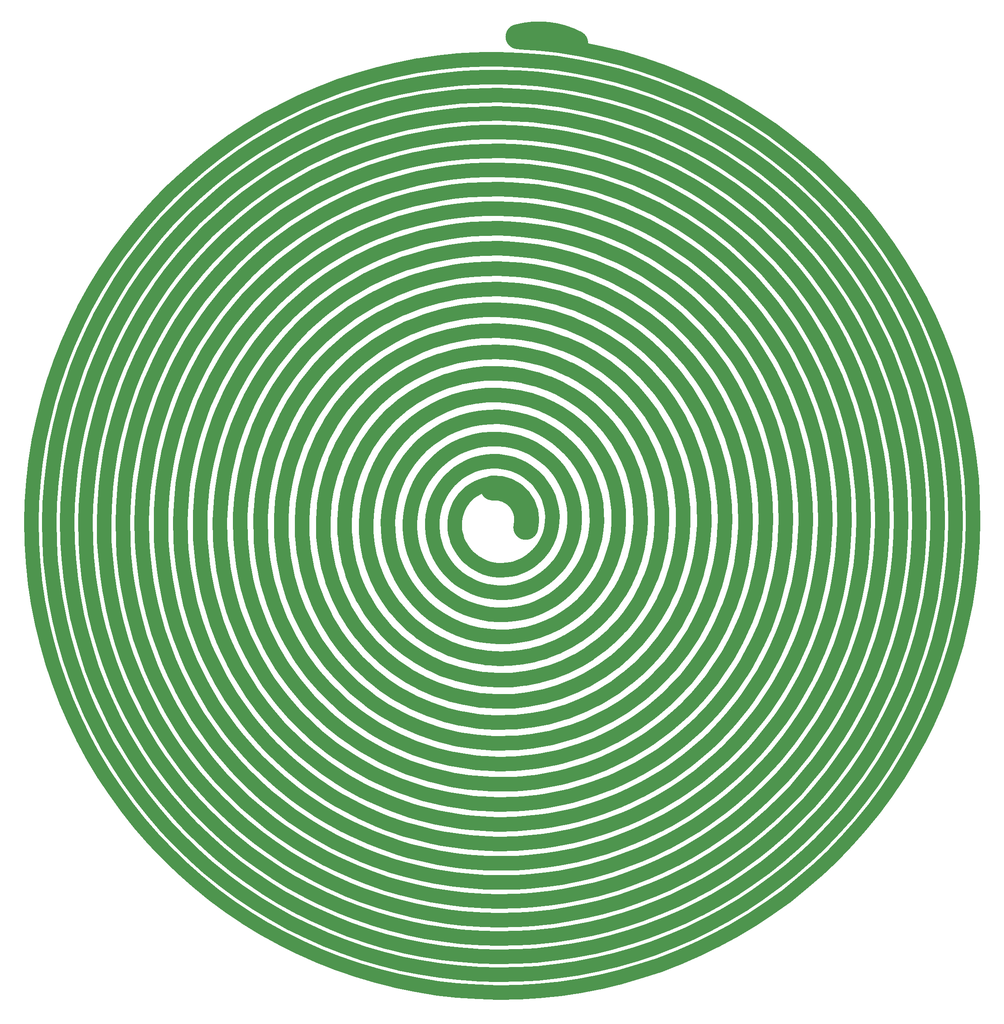
<source format=gbr>
G04 DipTrace 2.3.1.0*
%INTop_58744_REV3_BLACKPOINT.gbr*%
%MOIN*%
%ADD17C,0.118*%
%ADD18C,0.2*%
%ADD25C,0.06*%
%FSLAX44Y44*%
G04*
G70*
G90*
G75*
G01*
%LNTop*%
%LPD*%
D25*
X49119Y86372D3*
X48619Y85622D3*
X49994Y86497D3*
X50994D3*
X51994Y86372D3*
X53744Y85747D3*
X52869Y86122D3*
X46619Y49622D3*
X47494D3*
X48244Y49247D3*
X48869Y48622D3*
X49119Y47872D3*
Y46997D3*
X49744Y46497D3*
X47244Y84278D2*
D17*
X46244Y84257D1*
X45244Y84226D1*
X44015Y84157D1*
X42494Y84005D1*
X40874Y83766D1*
X40807Y83754D1*
X39054Y83412D1*
X37645Y83073D1*
X36005Y82604D1*
X34552Y82119D1*
X32940Y81500D1*
X31553Y80897D1*
X30005Y80143D1*
X28670Y79419D1*
X27192Y78531D1*
X25926Y77693D1*
X24531Y76681D1*
X23340Y75735D1*
X22039Y74604D1*
X20935Y73557D1*
X19736Y72316D1*
X18727Y71176D1*
X17641Y69836D1*
X16734Y68611D1*
X15768Y67181D1*
X14971Y65880D1*
X14134Y64371D1*
X13452Y63005D1*
X12749Y61428D1*
X12189Y60006D1*
X11626Y58374D1*
X11191Y56907D1*
X10773Y55232D1*
X10467Y53732D1*
X10196Y52026D1*
X10022Y50504D1*
X9901Y48780D1*
X9861Y47247D1*
X9890Y45519D1*
X9983Y43987D1*
X10163Y42267D1*
X10390Y40749D1*
X10719Y39051D1*
X11078Y37556D1*
X11554Y35893D1*
X12041Y34434D1*
X12661Y32819D1*
X13274Y31407D1*
X14033Y29851D1*
X14767Y28496D1*
X15658Y27012D1*
X16509Y25726D1*
X17526Y24325D1*
X18487Y23116D1*
X19623Y21809D1*
X20685Y20688D1*
X21931Y19484D1*
X23089Y18459D1*
X24435Y17368D1*
X25678Y16448D1*
X27115Y15478D1*
X28435Y14668D1*
X29951Y13827D1*
X31338Y13135D1*
X32922Y12429D1*
X34365Y11860D1*
X36005Y11295D1*
X37493Y10853D1*
X39176Y10433D1*
X40698Y10122D1*
X42413Y9850D1*
X43957Y9674D1*
X45689Y9552D1*
X47244Y9511D1*
X48981Y9540D1*
X50535Y9635D1*
X52263Y9816D1*
X53804Y10045D1*
X55510Y10376D1*
X57026Y10740D1*
X58697Y11218D1*
X60178Y11713D1*
X61801Y12335D1*
X63234Y12957D1*
X64797Y13719D1*
X66171Y14464D1*
X67663Y15360D1*
X68968Y16223D1*
X70376Y17245D1*
X71602Y18219D1*
X72916Y19360D1*
X74053Y20439D1*
X75263Y21690D1*
X76302Y22865D1*
X77399Y24217D1*
X78333Y25479D1*
X79307Y26922D1*
X80129Y28261D1*
X80974Y29785D1*
X81676Y31191D1*
X82386Y32783D1*
X82963Y34247D1*
X83531Y35894D1*
X83979Y37404D1*
X84401Y39096D1*
X84716Y40640D1*
X84990Y42362D1*
X85169Y43929D1*
X85292Y45669D1*
X85334Y47247D1*
X85304Y48992D1*
X85208Y50568D1*
X85026Y52304D1*
X84794Y53868D1*
X84461Y55582D1*
X84093Y57121D1*
X83612Y58799D1*
X83110Y60301D1*
X82485Y61932D1*
X81854Y63386D1*
X81089Y64956D1*
X80332Y66350D1*
X79433Y67849D1*
X78558Y69173D1*
X77531Y70588D1*
X76542Y71831D1*
X75396Y73151D1*
X74302Y74305D1*
X73045Y75520D1*
X71854Y76575D1*
X70495Y77677D1*
X69215Y78625D1*
X67765Y79604D1*
X66407Y80437D1*
X64876Y81286D1*
X63449Y81999D1*
X61851Y82711D1*
X60365Y83297D1*
X58706Y83870D1*
X57179Y84322D1*
X55495Y84742D1*
X53913Y85066D1*
X52118Y85354D1*
X50593Y85523D1*
X49040Y85624D1*
X48557Y85872D1*
X47244Y82848D2*
X46244Y82827D1*
X45244Y82795D1*
X44140Y82732D1*
X42649Y82583D1*
X41058Y82347D1*
X41055Y82346D1*
X39337Y82010D1*
X38015Y81693D1*
X36406Y81232D1*
X35041Y80776D1*
X33460Y80169D1*
X32157Y79603D1*
X30639Y78863D1*
X29384Y78182D1*
X27936Y77311D1*
X26745Y76524D1*
X25377Y75530D1*
X24258Y74641D1*
X22982Y73532D1*
X21944Y72547D1*
X20769Y71331D1*
X19820Y70259D1*
X18755Y68944D1*
X17903Y67792D1*
X16956Y66390D1*
X16207Y65167D1*
X15386Y63687D1*
X14745Y62402D1*
X14056Y60855D1*
X13529Y59518D1*
X12977Y57917D1*
X12569Y56538D1*
X12159Y54895D1*
X11871Y53484D1*
X11606Y51811D1*
X11442Y50379D1*
X11324Y48689D1*
X11286Y47247D1*
X11315Y45552D1*
X11403Y44111D1*
X11580Y42425D1*
X11793Y40996D1*
X12116Y39331D1*
X12454Y37925D1*
X12921Y36294D1*
X13380Y34921D1*
X13988Y33337D1*
X14565Y32008D1*
X15309Y30482D1*
X16000Y29208D1*
X16874Y27752D1*
X17675Y26542D1*
X18673Y25168D1*
X19577Y24031D1*
X20691Y22749D1*
X21691Y21694D1*
X22914Y20513D1*
X24003Y19549D1*
X25324Y18479D1*
X26494Y17613D1*
X27904Y16661D1*
X29146Y15900D1*
X30633Y15075D1*
X31939Y14424D1*
X33493Y13731D1*
X34851Y13196D1*
X36460Y12641D1*
X37860Y12226D1*
X39512Y11814D1*
X40945Y11522D1*
X42627Y11255D1*
X44081Y11089D1*
X45780Y10970D1*
X47244Y10931D1*
X48948Y10960D1*
X50411Y11050D1*
X52106Y11227D1*
X53557Y11444D1*
X55231Y11769D1*
X56659Y12111D1*
X58298Y12581D1*
X59692Y13047D1*
X61285Y13657D1*
X62634Y14244D1*
X64168Y14991D1*
X65462Y15693D1*
X66925Y16572D1*
X68154Y17385D1*
X69535Y18388D1*
X70690Y19306D1*
X71979Y20426D1*
X73050Y21441D1*
X74237Y22670D1*
X75216Y23776D1*
X76292Y25103D1*
X77172Y26292D1*
X78128Y27708D1*
X78901Y28970D1*
X79730Y30465D1*
X80392Y31790D1*
X81088Y33352D1*
X81631Y34731D1*
X82189Y36348D1*
X82611Y37771D1*
X83025Y39431D1*
X83322Y40886D1*
X83590Y42576D1*
X83758Y44053D1*
X83878Y45760D1*
X83918Y47247D1*
X83888Y48959D1*
X83798Y50445D1*
X83620Y52148D1*
X83400Y53622D1*
X83073Y55304D1*
X82726Y56754D1*
X82254Y58402D1*
X81781Y59817D1*
X81167Y61418D1*
X80572Y62788D1*
X79821Y64329D1*
X79108Y65643D1*
X78225Y67114D1*
X77399Y68362D1*
X76392Y69750D1*
X75460Y70922D1*
X74334Y72218D1*
X73303Y73306D1*
X72069Y74498D1*
X70945Y75493D1*
X69611Y76574D1*
X68405Y77467D1*
X66981Y78428D1*
X65700Y79214D1*
X64198Y80047D1*
X62852Y80719D1*
X61284Y81417D1*
X59883Y81970D1*
X58254Y82532D1*
X56813Y82959D1*
X55161Y83371D1*
X53668Y83676D1*
X51906Y83958D1*
X50470Y84117D1*
X48946Y84216D1*
X47244Y84278D1*
Y81399D2*
X46244Y81378D1*
X45244Y81345D1*
X44266Y81289D1*
X42805Y81143D1*
X41307Y80920D1*
X39624Y80590D1*
X38390Y80294D1*
X36814Y79843D1*
X35536Y79415D1*
X33988Y78821D1*
X32769Y78290D1*
X31282Y77566D1*
X30108Y76928D1*
X28689Y76075D1*
X27575Y75338D1*
X26235Y74365D1*
X25188Y73532D1*
X23939Y72446D1*
X22967Y71524D1*
X21816Y70333D1*
X20928Y69329D1*
X19885Y68041D1*
X19087Y66963D1*
X18160Y65589D1*
X17459Y64444D1*
X16655Y62994D1*
X16055Y61791D1*
X15380Y60276D1*
X14887Y59024D1*
X14347Y57455D1*
X13965Y56164D1*
X13563Y54554D1*
X13294Y53233D1*
X13034Y51594D1*
X12882Y50253D1*
X12766Y48597D1*
X12730Y47247D1*
X12759Y45586D1*
X12841Y44237D1*
X13015Y42585D1*
X13215Y41247D1*
X13532Y39615D1*
X13848Y38299D1*
X14306Y36700D1*
X14736Y35415D1*
X15332Y33863D1*
X15873Y32618D1*
X16602Y31123D1*
X17250Y29930D1*
X18106Y28503D1*
X18857Y27370D1*
X19835Y26023D1*
X20682Y24958D1*
X21774Y23702D1*
X22711Y22714D1*
X23909Y21557D1*
X24930Y20654D1*
X26224Y19605D1*
X27321Y18793D1*
X28702Y17861D1*
X29867Y17148D1*
X31324Y16340D1*
X32547Y15730D1*
X34070Y15051D1*
X35343Y14550D1*
X36920Y14006D1*
X38233Y13617D1*
X39852Y13214D1*
X41195Y12940D1*
X42843Y12679D1*
X44206Y12523D1*
X45871Y12407D1*
X47244Y12371D1*
X48914Y12400D1*
X50286Y12483D1*
X51947Y12658D1*
X53308Y12861D1*
X54948Y13179D1*
X56287Y13501D1*
X57893Y13961D1*
X59200Y14398D1*
X60761Y14997D1*
X62026Y15547D1*
X63529Y16280D1*
X64743Y16939D1*
X66177Y17800D1*
X67329Y18563D1*
X68683Y19546D1*
X69766Y20407D1*
X71029Y21505D1*
X72034Y22458D1*
X73197Y23662D1*
X74115Y24700D1*
X75169Y26001D1*
X75995Y27116D1*
X76932Y28504D1*
X77657Y29688D1*
X78470Y31153D1*
X79090Y32397D1*
X79772Y33928D1*
X80282Y35222D1*
X80828Y36807D1*
X81224Y38142D1*
X81630Y39769D1*
X81908Y41135D1*
X82171Y42792D1*
X82329Y44178D1*
X82446Y45851D1*
X82483Y47247D1*
X82454Y48925D1*
X82369Y50320D1*
X82194Y51990D1*
X81987Y53373D1*
X81667Y55022D1*
X81341Y56383D1*
X80878Y57998D1*
X80434Y59327D1*
X79832Y60896D1*
X79273Y62182D1*
X78536Y63693D1*
X77866Y64927D1*
X77001Y66368D1*
X76226Y67540D1*
X75237Y68901D1*
X74362Y70002D1*
X73259Y71271D1*
X72290Y72293D1*
X71080Y73462D1*
X70025Y74396D1*
X68717Y75455D1*
X67583Y76294D1*
X66188Y77236D1*
X64984Y77974D1*
X63511Y78791D1*
X62247Y79421D1*
X60710Y80106D1*
X59393Y80625D1*
X57796Y81176D1*
X56443Y81577D1*
X54823Y81980D1*
X53419Y82268D1*
X52557Y82416D1*
X50905Y82638D1*
X50345Y82693D1*
X48851Y82789D1*
X47244Y82848D1*
Y79931D2*
X46244Y79910D1*
X45245Y79877D1*
X44394Y79827D1*
X42965Y79683D1*
X41562Y79474D1*
X39915Y79152D1*
X38769Y78876D1*
X37228Y78435D1*
X36038Y78036D1*
X34524Y77455D1*
X33389Y76961D1*
X31935Y76252D1*
X30841Y75658D1*
X29453Y74824D1*
X28416Y74137D1*
X27106Y73185D1*
X26131Y72409D1*
X24908Y71346D1*
X24004Y70488D1*
X22878Y69322D1*
X22051Y68387D1*
X21031Y67127D1*
X20288Y66122D1*
X19381Y64778D1*
X18727Y63711D1*
X17941Y62292D1*
X17383Y61172D1*
X16723Y59689D1*
X16263Y58523D1*
X15735Y56988D1*
X15379Y55785D1*
X14986Y54210D1*
X14736Y52979D1*
X14482Y51375D1*
X14340Y50126D1*
X14226Y48505D1*
X14194Y47247D1*
X14222Y45622D1*
X14299Y44365D1*
X14469Y42748D1*
X14656Y41501D1*
X14966Y39904D1*
X15261Y38677D1*
X15709Y37113D1*
X16110Y35915D1*
X16693Y34396D1*
X17198Y33236D1*
X17911Y31773D1*
X18516Y30661D1*
X19354Y29265D1*
X20054Y28208D1*
X21011Y26890D1*
X21801Y25898D1*
X22870Y24668D1*
X23744Y23747D1*
X24917Y22615D1*
X25869Y21773D1*
X27136Y20747D1*
X28159Y19990D1*
X29511Y19078D1*
X30597Y18412D1*
X32023Y17622D1*
X33164Y17053D1*
X34655Y16389D1*
X35843Y15921D1*
X37386Y15390D1*
X38611Y15027D1*
X40195Y14632D1*
X41448Y14377D1*
X43062Y14122D1*
X44334Y13977D1*
X45963Y13863D1*
X47244Y13829D1*
X48878Y13858D1*
X50159Y13936D1*
X51785Y14107D1*
X53054Y14297D1*
X54660Y14609D1*
X55909Y14909D1*
X57482Y15360D1*
X58702Y15768D1*
X60229Y16354D1*
X61410Y16868D1*
X62882Y17585D1*
X64014Y18200D1*
X65418Y19044D1*
X66494Y19756D1*
X67819Y20719D1*
X68830Y21523D1*
X70066Y22597D1*
X71004Y23487D1*
X72142Y24666D1*
X73000Y25635D1*
X74032Y26909D1*
X74802Y27951D1*
X75719Y29310D1*
X76397Y30416D1*
X77192Y31850D1*
X77771Y33012D1*
X78439Y34511D1*
X78915Y35720D1*
X79449Y37272D1*
X79819Y38519D1*
X80216Y40112D1*
X80476Y41387D1*
X80733Y43010D1*
X80880Y44304D1*
X80995Y45943D1*
X81029Y47247D1*
X81001Y48890D1*
X80921Y50193D1*
X80749Y51828D1*
X80556Y53121D1*
X80242Y54735D1*
X79937Y56007D1*
X79484Y57588D1*
X79068Y58830D1*
X78479Y60366D1*
X77956Y61568D1*
X77235Y63048D1*
X76609Y64201D1*
X75761Y65612D1*
X75036Y66707D1*
X74068Y68039D1*
X73250Y69068D1*
X72169Y70312D1*
X71264Y71266D1*
X70078Y72411D1*
X69092Y73284D1*
X67811Y74321D1*
X66751Y75106D1*
X65384Y76028D1*
X64259Y76718D1*
X62816Y77517D1*
X61634Y78107D1*
X60128Y78777D1*
X58897Y79263D1*
X57333Y79802D1*
X56068Y80176D1*
X54481Y80571D1*
X53168Y80840D1*
X52323Y80986D1*
X50706Y81202D1*
X50219Y81249D1*
X48755Y81343D1*
X47244Y81399D1*
Y78444D2*
X46244Y78423D1*
X45245Y78388D1*
X44524Y78345D1*
X43128Y78205D1*
X41820Y78010D1*
X40211Y77695D1*
X39154Y77440D1*
X37649Y77009D1*
X36546Y76640D1*
X35067Y76071D1*
X34016Y75614D1*
X32596Y74921D1*
X31584Y74371D1*
X30228Y73556D1*
X29268Y72920D1*
X27988Y71990D1*
X27085Y71272D1*
X25891Y70233D1*
X25054Y69438D1*
X23954Y68298D1*
X23188Y67433D1*
X22191Y66201D1*
X21504Y65271D1*
X20618Y63957D1*
X20013Y62969D1*
X19244Y61583D1*
X18727Y60545D1*
X18083Y59096D1*
X17657Y58016D1*
X17141Y56516D1*
X16812Y55402D1*
X16428Y53862D1*
X16196Y52722D1*
X15948Y51154D1*
X15817Y49997D1*
X15706Y48413D1*
X15676Y47247D1*
X15704Y45659D1*
X15776Y44494D1*
X15942Y42914D1*
X16115Y41758D1*
X16419Y40198D1*
X16692Y39061D1*
X17130Y37532D1*
X17502Y36422D1*
X18072Y34937D1*
X18540Y33862D1*
X19238Y32432D1*
X19798Y31401D1*
X20618Y30037D1*
X21267Y29057D1*
X22203Y27769D1*
X22935Y26849D1*
X23980Y25647D1*
X24791Y24793D1*
X25937Y23687D1*
X26820Y22906D1*
X28059Y21903D1*
X29007Y21202D1*
X30329Y20310D1*
X31336Y19693D1*
X32731Y18921D1*
X33790Y18393D1*
X35247Y17745D1*
X36348Y17311D1*
X37857Y16792D1*
X38994Y16455D1*
X40543Y16069D1*
X41705Y15833D1*
X43282Y15583D1*
X44462Y15449D1*
X46056Y15338D1*
X47244Y15307D1*
X48842Y15335D1*
X50030Y15408D1*
X51619Y15575D1*
X52798Y15752D1*
X54367Y16057D1*
X55527Y16335D1*
X57064Y16777D1*
X58197Y17156D1*
X59690Y17729D1*
X60786Y18206D1*
X62225Y18908D1*
X63276Y19479D1*
X64648Y20304D1*
X65647Y20965D1*
X66943Y21906D1*
X67881Y22653D1*
X69090Y23704D1*
X69961Y24531D1*
X71074Y25683D1*
X71870Y26584D1*
X72879Y27829D1*
X73594Y28797D1*
X74491Y30126D1*
X75120Y31153D1*
X75897Y32556D1*
X76435Y33635D1*
X77088Y35101D1*
X77530Y36224D1*
X78052Y37742D1*
X78395Y38900D1*
X78784Y40458D1*
X79025Y41643D1*
X79276Y43230D1*
X79413Y44433D1*
X79525Y46035D1*
X79556Y47247D1*
X79528Y48854D1*
X79454Y50065D1*
X79286Y51664D1*
X79106Y52865D1*
X78799Y54444D1*
X78515Y55626D1*
X78072Y57172D1*
X77685Y58327D1*
X77108Y59829D1*
X76622Y60946D1*
X75917Y62393D1*
X75335Y63465D1*
X74505Y64845D1*
X73831Y65863D1*
X72884Y67166D1*
X72123Y68123D1*
X71066Y69339D1*
X70224Y70227D1*
X69064Y71346D1*
X68147Y72158D1*
X66894Y73172D1*
X65908Y73902D1*
X64571Y74803D1*
X63524Y75445D1*
X62113Y76227D1*
X61013Y76775D1*
X59540Y77431D1*
X58395Y77882D1*
X56864Y78409D1*
X55687Y78757D1*
X54135Y79144D1*
X52913Y79394D1*
X52087Y79536D1*
X50506Y79746D1*
X50091Y79786D1*
X48659Y79878D1*
X47244Y79931D1*
Y76937D2*
X46244Y76917D1*
X45245Y76881D1*
X44655Y76845D1*
X43293Y76708D1*
X42081Y76528D1*
X40512Y76220D1*
X39544Y75986D1*
X38075Y75565D1*
X37061Y75225D1*
X35618Y74671D1*
X34652Y74250D1*
X33267Y73574D1*
X32336Y73068D1*
X31013Y72273D1*
X30131Y71688D1*
X28882Y70780D1*
X28052Y70119D1*
X26887Y69105D1*
X26117Y68374D1*
X25044Y67262D1*
X24340Y66466D1*
X23368Y65264D1*
X22735Y64409D1*
X21871Y63126D1*
X21314Y62218D1*
X20565Y60864D1*
X20089Y59910D1*
X19460Y58496D1*
X19069Y57502D1*
X18566Y56038D1*
X18263Y55013D1*
X17889Y53510D1*
X17675Y52461D1*
X17434Y50931D1*
X17313Y49866D1*
X17205Y48320D1*
X17177Y47247D1*
X17205Y45697D1*
X17271Y44625D1*
X17434Y43083D1*
X17593Y42019D1*
X17890Y40496D1*
X18141Y39449D1*
X18570Y37957D1*
X18912Y36935D1*
X19469Y35486D1*
X19900Y34496D1*
X20581Y33101D1*
X21097Y32151D1*
X21898Y30820D1*
X22495Y29917D1*
X23409Y28661D1*
X24084Y27813D1*
X25104Y26640D1*
X25851Y25853D1*
X26970Y24774D1*
X27783Y24054D1*
X28993Y23076D1*
X29867Y22429D1*
X31157Y21559D1*
X32085Y20991D1*
X33447Y20237D1*
X34423Y19751D1*
X35845Y19118D1*
X36861Y18718D1*
X38334Y18212D1*
X39381Y17902D1*
X40893Y17525D1*
X41965Y17307D1*
X43505Y17064D1*
X44593Y16940D1*
X46148Y16832D1*
X47244Y16804D1*
X48804Y16831D1*
X49899Y16899D1*
X51451Y17062D1*
X52538Y17225D1*
X54070Y17523D1*
X55140Y17780D1*
X56641Y18211D1*
X57685Y18561D1*
X59143Y19121D1*
X60154Y19561D1*
X61559Y20247D1*
X62529Y20774D1*
X63868Y21579D1*
X64790Y22189D1*
X66055Y23109D1*
X66921Y23798D1*
X68101Y24824D1*
X68904Y25587D1*
X69991Y26713D1*
X70726Y27544D1*
X71710Y28761D1*
X72371Y29653D1*
X73246Y30952D1*
X73826Y31900D1*
X74586Y33270D1*
X75082Y34266D1*
X75719Y35698D1*
X76127Y36735D1*
X76637Y38217D1*
X76954Y39287D1*
X77332Y40808D1*
X77555Y41903D1*
X77800Y43452D1*
X77926Y44563D1*
X78035Y46128D1*
X78064Y47247D1*
X78037Y48816D1*
X77968Y49935D1*
X77803Y51496D1*
X77637Y52606D1*
X77337Y54148D1*
X77075Y55240D1*
X76641Y56750D1*
X76284Y57817D1*
X75721Y59284D1*
X75272Y60316D1*
X74582Y61729D1*
X74044Y62720D1*
X73234Y64068D1*
X72611Y65009D1*
X71686Y66281D1*
X70982Y67165D1*
X69949Y68353D1*
X69170Y69173D1*
X68038Y70267D1*
X67189Y71017D1*
X65965Y72008D1*
X65054Y72682D1*
X63748Y73562D1*
X62780Y74155D1*
X61401Y74919D1*
X60384Y75426D1*
X58945Y76066D1*
X57886Y76484D1*
X56391Y76998D1*
X55302Y77320D1*
X53786Y77697D1*
X52654Y77928D1*
X51847Y78068D1*
X50305Y78271D1*
X49961Y78304D1*
X48563Y78395D1*
X47244Y78444D1*
Y75412D2*
X46244Y75392D1*
X45245Y75355D1*
X44788Y75326D1*
X43461Y75192D1*
X42346Y75026D1*
X40818Y74726D1*
X39938Y74514D1*
X38508Y74103D1*
X37582Y73793D1*
X36176Y73252D1*
X35297Y72869D1*
X33947Y72210D1*
X33098Y71749D1*
X31810Y70973D1*
X31004Y70440D1*
X29788Y69555D1*
X29031Y68953D1*
X27896Y67965D1*
X27194Y67298D1*
X26149Y66214D1*
X25506Y65487D1*
X24559Y64316D1*
X23982Y63536D1*
X23140Y62286D1*
X22633Y61457D1*
X21903Y60138D1*
X21469Y59267D1*
X20856Y57889D1*
X20499Y56982D1*
X20009Y55555D1*
X19732Y54619D1*
X19368Y53155D1*
X19173Y52197D1*
X18938Y50706D1*
X18828Y49733D1*
X18723Y48227D1*
X18698Y47247D1*
X18725Y45737D1*
X18786Y44757D1*
X18944Y43255D1*
X19090Y42283D1*
X19379Y40799D1*
X19609Y39842D1*
X20027Y38389D1*
X20340Y37455D1*
X20883Y36043D1*
X21277Y35138D1*
X21941Y33778D1*
X22412Y32910D1*
X23193Y31613D1*
X23739Y30789D1*
X24630Y29564D1*
X25247Y28789D1*
X26241Y27646D1*
X26924Y26927D1*
X28015Y25875D1*
X28759Y25217D1*
X29938Y24263D1*
X30737Y23672D1*
X31995Y22825D1*
X32844Y22305D1*
X34171Y21570D1*
X35064Y21126D1*
X36451Y20509D1*
X37379Y20144D1*
X38815Y19650D1*
X39774Y19367D1*
X41248Y19000D1*
X42228Y18801D1*
X43729Y18564D1*
X44725Y18451D1*
X46241Y18345D1*
X47244Y18319D1*
X48765Y18347D1*
X49767Y18408D1*
X51280Y18568D1*
X52275Y18717D1*
X53769Y19008D1*
X54748Y19244D1*
X56211Y19664D1*
X57167Y19984D1*
X58589Y20531D1*
X59514Y20934D1*
X60883Y21602D1*
X61772Y22085D1*
X63078Y22870D1*
X63922Y23429D1*
X65155Y24326D1*
X65948Y24957D1*
X67098Y25958D1*
X67834Y26657D1*
X68893Y27755D1*
X69566Y28517D1*
X70526Y29703D1*
X71131Y30521D1*
X71985Y31787D1*
X72517Y32656D1*
X73256Y33992D1*
X73711Y34905D1*
X74332Y36301D1*
X74706Y37252D1*
X75203Y38697D1*
X75493Y39678D1*
X75863Y41161D1*
X76066Y42165D1*
X76305Y43676D1*
X76421Y44694D1*
X76527Y46221D1*
X76553Y47247D1*
X76526Y48777D1*
X76463Y49803D1*
X76302Y51326D1*
X76150Y52344D1*
X75857Y53847D1*
X75616Y54849D1*
X75193Y56322D1*
X74865Y57300D1*
X74316Y58731D1*
X73903Y59678D1*
X73231Y61056D1*
X72737Y61965D1*
X71946Y63280D1*
X71374Y64143D1*
X70472Y65384D1*
X69826Y66195D1*
X68819Y67354D1*
X68104Y68106D1*
X66999Y69173D1*
X66220Y69861D1*
X65026Y70828D1*
X64189Y71446D1*
X62915Y72305D1*
X62026Y72850D1*
X60681Y73594D1*
X59747Y74060D1*
X58343Y74684D1*
X57370Y75067D1*
X55912Y75569D1*
X54912Y75864D1*
X53433Y76232D1*
X52393Y76445D1*
X51606Y76581D1*
X50103Y76777D1*
X49830Y76803D1*
X48466Y76892D1*
X47244Y76937D1*
Y73868D2*
X46244Y73848D1*
X44922Y73788D1*
X43633Y73658D1*
X42614Y73506D1*
X41128Y73214D1*
X40338Y73023D1*
X38947Y72623D1*
X38110Y72343D1*
X36743Y71817D1*
X35949Y71471D1*
X34636Y70830D1*
X33870Y70413D1*
X32617Y69659D1*
X31889Y69176D1*
X30706Y68316D1*
X30023Y67771D1*
X28919Y66810D1*
X28284Y66207D1*
X27268Y65153D1*
X26687Y64496D1*
X25767Y63358D1*
X25245Y62651D1*
X24426Y61436D1*
X23967Y60686D1*
X23258Y59404D1*
X22865Y58615D1*
X22270Y57275D1*
X21947Y56455D1*
X21470Y55067D1*
X21220Y54220D1*
X20866Y52796D1*
X20690Y51929D1*
X20461Y50479D1*
X20362Y49599D1*
X20260Y48134D1*
X20238Y47247D1*
X20264Y45778D1*
X20319Y44891D1*
X20474Y43430D1*
X20606Y42550D1*
X20887Y41107D1*
X21096Y40241D1*
X21502Y38827D1*
X21786Y37981D1*
X22314Y36607D1*
X22671Y35788D1*
X23317Y34465D1*
X23744Y33679D1*
X24504Y32417D1*
X24999Y31671D1*
X25865Y30479D1*
X26425Y29777D1*
X27392Y28665D1*
X28011Y28014D1*
X29072Y26990D1*
X29747Y26394D1*
X30894Y25467D1*
X31619Y24931D1*
X32842Y24107D1*
X33612Y23636D1*
X34904Y22921D1*
X35713Y22518D1*
X37062Y21918D1*
X37905Y21587D1*
X39302Y21107D1*
X40171Y20850D1*
X41605Y20493D1*
X42495Y20313D1*
X43956Y20082D1*
X44859Y19980D1*
X46334Y19878D1*
X47244Y19854D1*
X48724Y19881D1*
X49634Y19937D1*
X51106Y20093D1*
X52008Y20228D1*
X53462Y20512D1*
X54351Y20725D1*
X55775Y21135D1*
X56643Y21426D1*
X58026Y21958D1*
X58866Y22324D1*
X60199Y22974D1*
X61005Y23413D1*
X62276Y24177D1*
X63042Y24685D1*
X64242Y25558D1*
X64962Y26132D1*
X66082Y27106D1*
X66750Y27741D1*
X67781Y28810D1*
X68393Y29501D1*
X69327Y30656D1*
X69876Y31400D1*
X70707Y32632D1*
X71190Y33422D1*
X71910Y34723D1*
X72323Y35553D1*
X72928Y36911D1*
X73267Y37775D1*
X73751Y39182D1*
X74015Y40074D1*
X74374Y41518D1*
X74559Y42431D1*
X74791Y43901D1*
X74896Y44828D1*
X74999Y46314D1*
X75023Y47247D1*
X74996Y48737D1*
X74939Y49670D1*
X74782Y51152D1*
X74643Y52078D1*
X74358Y53542D1*
X74139Y54453D1*
X73727Y55887D1*
X73429Y56777D1*
X72893Y58170D1*
X72518Y59032D1*
X71863Y60374D1*
X71413Y61201D1*
X70643Y62481D1*
X70122Y63267D1*
X69244Y64475D1*
X68656Y65213D1*
X67675Y66341D1*
X67023Y67026D1*
X65947Y68064D1*
X65238Y68691D1*
X64075Y69632D1*
X63313Y70196D1*
X62072Y71032D1*
X61262Y71527D1*
X59953Y72252D1*
X59102Y72676D1*
X57735Y73284D1*
X56848Y73633D1*
X55428Y74121D1*
X54517Y74390D1*
X53076Y74748D1*
X52128Y74942D1*
X51361Y75075D1*
X49899Y75265D1*
X49697Y75284D1*
X48368Y75370D1*
X47244Y75412D1*
Y72304D2*
X46244Y72285D1*
X45059Y72231D1*
X43807Y72104D1*
X42886Y71966D1*
X41444Y71683D1*
X40742Y71513D1*
X39393Y71126D1*
X38645Y70875D1*
X37318Y70364D1*
X36609Y70055D1*
X35335Y69433D1*
X34651Y69060D1*
X33435Y68328D1*
X32785Y67897D1*
X31637Y67062D1*
X31026Y66575D1*
X29955Y65643D1*
X29388Y65103D1*
X28402Y64081D1*
X27883Y63493D1*
X26989Y62388D1*
X26523Y61756D1*
X25729Y60577D1*
X25318Y59906D1*
X24630Y58661D1*
X24279Y57956D1*
X23701Y56655D1*
X23413Y55921D1*
X22950Y54575D1*
X22726Y53817D1*
X22383Y52434D1*
X22226Y51659D1*
X22004Y50251D1*
X21915Y49463D1*
X21816Y48041D1*
X21796Y47247D1*
X21822Y45821D1*
X21871Y45027D1*
X22022Y43608D1*
X22140Y42821D1*
X22414Y41420D1*
X22600Y40644D1*
X22995Y39271D1*
X23249Y38514D1*
X23762Y37180D1*
X24082Y36446D1*
X24710Y35162D1*
X25093Y34458D1*
X25830Y33233D1*
X26274Y32563D1*
X27116Y31407D1*
X27617Y30778D1*
X28557Y29698D1*
X29112Y29114D1*
X30142Y28121D1*
X30747Y27586D1*
X31861Y26686D1*
X32511Y26206D1*
X33699Y25405D1*
X34390Y24983D1*
X35644Y24289D1*
X36370Y23927D1*
X37681Y23345D1*
X38437Y23048D1*
X39793Y22582D1*
X40574Y22351D1*
X41966Y22005D1*
X42765Y21843D1*
X44183Y21620D1*
X44994Y21528D1*
X46427Y21429D1*
X47244Y21408D1*
X48681Y21434D1*
X49498Y21485D1*
X50928Y21636D1*
X51739Y21758D1*
X53150Y22033D1*
X53949Y22226D1*
X55332Y22623D1*
X56111Y22885D1*
X57455Y23402D1*
X58210Y23731D1*
X59504Y24363D1*
X60229Y24757D1*
X61463Y25500D1*
X62152Y25957D1*
X63318Y26805D1*
X63965Y27320D1*
X65053Y28267D1*
X65653Y28838D1*
X66655Y29876D1*
X67204Y30499D1*
X68112Y31621D1*
X68606Y32289D1*
X69413Y33487D1*
X69847Y34197D1*
X70547Y35461D1*
X70918Y36208D1*
X71505Y37528D1*
X71811Y38306D1*
X72280Y39673D1*
X72517Y40475D1*
X72866Y41879D1*
X73033Y42700D1*
X73258Y44129D1*
X73353Y44963D1*
X73453Y46407D1*
X73474Y47247D1*
X73448Y48695D1*
X73396Y49535D1*
X73244Y50976D1*
X73118Y51809D1*
X72841Y53232D1*
X72643Y54053D1*
X72243Y55446D1*
X71974Y56248D1*
X71453Y57602D1*
X71115Y58378D1*
X70478Y59682D1*
X70073Y60427D1*
X69324Y61671D1*
X68855Y62379D1*
X68001Y63553D1*
X67471Y64219D1*
X66517Y65315D1*
X65930Y65933D1*
X64884Y66941D1*
X64244Y67507D1*
X63114Y68421D1*
X62426Y68929D1*
X61220Y69741D1*
X60490Y70188D1*
X59216Y70893D1*
X58449Y71275D1*
X57119Y71866D1*
X56319Y72181D1*
X54939Y72655D1*
X54117Y72898D1*
X52717Y73246D1*
X51859Y73421D1*
X51114Y73550D1*
X50406Y73652D1*
X49563Y73745D1*
X48270Y73829D1*
X47244Y73868D1*
Y70722D2*
X46244Y70703D1*
X45196Y70655D1*
X43985Y70532D1*
X43160Y70409D1*
X41765Y70134D1*
X41152Y69986D1*
X39845Y69610D1*
X39185Y69389D1*
X37902Y68894D1*
X37277Y68622D1*
X36044Y68019D1*
X35441Y67691D1*
X34264Y66982D1*
X33691Y66603D1*
X32581Y65794D1*
X32042Y65365D1*
X31005Y64462D1*
X30505Y63986D1*
X29551Y62996D1*
X29093Y62478D1*
X28228Y61407D1*
X27817Y60850D1*
X27048Y59708D1*
X26686Y59116D1*
X26019Y57911D1*
X25710Y57289D1*
X25151Y56029D1*
X24896Y55381D1*
X24448Y54077D1*
X24251Y53408D1*
X23918Y52069D1*
X23780Y51385D1*
X23565Y50021D1*
X23487Y49326D1*
X23392Y47948D1*
X23374Y47247D1*
X23399Y45866D1*
X23443Y45165D1*
X23589Y43791D1*
X23693Y43094D1*
X23958Y41738D1*
X24124Y41052D1*
X24506Y39723D1*
X24731Y39053D1*
X25228Y37761D1*
X25511Y37113D1*
X26119Y35869D1*
X26458Y35246D1*
X27172Y34059D1*
X27565Y33467D1*
X28380Y32347D1*
X28824Y31790D1*
X29734Y30745D1*
X30225Y30228D1*
X31224Y29266D1*
X31759Y28793D1*
X32839Y27921D1*
X33414Y27496D1*
X34566Y26720D1*
X35177Y26346D1*
X36393Y25674D1*
X37035Y25354D1*
X38305Y24790D1*
X38975Y24527D1*
X40290Y24076D1*
X40981Y23872D1*
X42331Y23536D1*
X43038Y23393D1*
X44413Y23176D1*
X45131Y23095D1*
X46520Y22999D1*
X47244Y22981D1*
X48637Y23007D1*
X49361Y23051D1*
X50747Y23198D1*
X51466Y23306D1*
X52834Y23574D1*
X53542Y23744D1*
X54882Y24130D1*
X55574Y24362D1*
X56876Y24863D1*
X57546Y25155D1*
X58800Y25768D1*
X59443Y26118D1*
X60640Y26838D1*
X61251Y27243D1*
X62381Y28066D1*
X62955Y28524D1*
X64009Y29441D1*
X64543Y29949D1*
X65513Y30955D1*
X66002Y31508D1*
X66881Y32596D1*
X67320Y33190D1*
X68102Y34351D1*
X68488Y34982D1*
X69166Y36207D1*
X69496Y36871D1*
X70065Y38151D1*
X70336Y38842D1*
X70791Y40168D1*
X71002Y40881D1*
X71340Y42242D1*
X71488Y42972D1*
X71706Y44358D1*
X71790Y45100D1*
X71887Y46500D1*
X71906Y47247D1*
X71880Y48651D1*
X71834Y49398D1*
X71686Y50795D1*
X71575Y51537D1*
X71305Y52916D1*
X71129Y53647D1*
X70741Y54998D1*
X70501Y55712D1*
X69996Y57025D1*
X69695Y57716D1*
X69077Y58980D1*
X68716Y59644D1*
X67990Y60850D1*
X67572Y61481D1*
X66743Y62619D1*
X66271Y63212D1*
X65346Y64275D1*
X64823Y64825D1*
X63808Y65804D1*
X63238Y66307D1*
X62141Y67194D1*
X61528Y67647D1*
X60358Y68435D1*
X59707Y68833D1*
X58472Y69517D1*
X57788Y69857D1*
X56498Y70430D1*
X55784Y70711D1*
X54445Y71171D1*
X53713Y71387D1*
X52354Y71724D1*
X51588Y71880D1*
X50865Y72006D1*
X50179Y72105D1*
X49426Y72187D1*
X48173Y72269D1*
X47244Y72304D1*
Y69120D2*
X46244Y69102D1*
X45336Y69059D1*
X44167Y68941D1*
X43438Y68832D1*
X42091Y68567D1*
X41566Y68440D1*
X40305Y68077D1*
X39733Y67885D1*
X38493Y67408D1*
X37953Y67172D1*
X36763Y66590D1*
X36241Y66306D1*
X35105Y65621D1*
X34609Y65292D1*
X33536Y64511D1*
X33070Y64139D1*
X32069Y63267D1*
X31636Y62855D1*
X30714Y61899D1*
X30318Y61450D1*
X29483Y60416D1*
X29126Y59933D1*
X28384Y58830D1*
X28070Y58317D1*
X27427Y57153D1*
X27158Y56613D1*
X26618Y55397D1*
X26397Y54835D1*
X25965Y53575D1*
X25794Y52995D1*
X25473Y51702D1*
X25353Y51107D1*
X25146Y49790D1*
X25077Y49186D1*
X24986Y47856D1*
X24971Y47247D1*
X24995Y45913D1*
X25033Y45304D1*
X25174Y43976D1*
X25265Y43372D1*
X25521Y42061D1*
X25665Y41465D1*
X26035Y40181D1*
X26230Y39599D1*
X26711Y38351D1*
X26957Y37787D1*
X27544Y36585D1*
X27839Y36043D1*
X28530Y34897D1*
X28871Y34382D1*
X29659Y33300D1*
X30045Y32815D1*
X30925Y31805D1*
X31353Y31356D1*
X32318Y30426D1*
X32784Y30014D1*
X33827Y29171D1*
X34328Y28801D1*
X35441Y28052D1*
X35974Y27726D1*
X37149Y27077D1*
X37709Y26798D1*
X38936Y26253D1*
X39520Y26024D1*
X40791Y25588D1*
X41393Y25410D1*
X42698Y25086D1*
X43315Y24961D1*
X44643Y24752D1*
X45270Y24681D1*
X46612Y24589D1*
X47244Y24573D1*
X48590Y24598D1*
X49222Y24637D1*
X50562Y24779D1*
X51189Y24874D1*
X52512Y25132D1*
X53130Y25281D1*
X54426Y25654D1*
X55030Y25857D1*
X56289Y26341D1*
X56874Y26597D1*
X58086Y27189D1*
X58648Y27495D1*
X59805Y28192D1*
X60339Y28546D1*
X61431Y29341D1*
X61933Y29741D1*
X62952Y30629D1*
X63419Y31073D1*
X64357Y32046D1*
X64784Y32529D1*
X65634Y33582D1*
X66018Y34101D1*
X66774Y35224D1*
X67112Y35777D1*
X67767Y36961D1*
X68056Y37542D1*
X68606Y38780D1*
X68844Y39386D1*
X69284Y40668D1*
X69468Y41292D1*
X69795Y42608D1*
X69924Y43248D1*
X70135Y44588D1*
X70209Y45238D1*
X70302Y46592D1*
X70319Y47247D1*
X70294Y48605D1*
X70253Y49260D1*
X70110Y50611D1*
X70012Y51262D1*
X69751Y52596D1*
X69597Y53236D1*
X69221Y54543D1*
X69011Y55169D1*
X68522Y56439D1*
X68258Y57046D1*
X67660Y58269D1*
X67343Y58851D1*
X66640Y60018D1*
X66273Y60571D1*
X65471Y61673D1*
X65057Y62193D1*
X64161Y63221D1*
X63702Y63705D1*
X62720Y64651D1*
X62219Y65094D1*
X61158Y65951D1*
X60620Y66349D1*
X59487Y67111D1*
X58915Y67461D1*
X57720Y68123D1*
X57118Y68422D1*
X55870Y68976D1*
X55243Y69223D1*
X53947Y69668D1*
X53303Y69858D1*
X51988Y70184D1*
X51313Y70321D1*
X50613Y70443D1*
X49288Y70610D1*
X48075Y70689D1*
X47244Y70722D1*
Y67500D2*
X46244Y67482D1*
X45477Y67445D1*
X44352Y67331D1*
X43720Y67237D1*
X42423Y66981D1*
X41985Y66875D1*
X40772Y66526D1*
X40287Y66363D1*
X39094Y65904D1*
X38638Y65704D1*
X37492Y65144D1*
X37050Y64904D1*
X35957Y64245D1*
X35537Y63966D1*
X34505Y63214D1*
X34110Y62900D1*
X33147Y62060D1*
X32780Y61711D1*
X31893Y60790D1*
X31557Y60410D1*
X30753Y59415D1*
X30451Y59006D1*
X29737Y57944D1*
X29471Y57509D1*
X28851Y56388D1*
X28624Y55930D1*
X28104Y54759D1*
X27917Y54282D1*
X27501Y53069D1*
X27355Y52576D1*
X27047Y51331D1*
X26945Y50826D1*
X26745Y49559D1*
X26687Y49046D1*
X26599Y47764D1*
X26586Y47247D1*
X26610Y45962D1*
X26643Y45445D1*
X26778Y44166D1*
X26856Y43652D1*
X27103Y42390D1*
X27225Y41883D1*
X27581Y40646D1*
X27748Y40151D1*
X28210Y38949D1*
X28420Y38469D1*
X28986Y37312D1*
X29237Y36851D1*
X29902Y35746D1*
X30193Y35308D1*
X30953Y34265D1*
X31281Y33853D1*
X32129Y32880D1*
X32494Y32496D1*
X33424Y31601D1*
X33821Y31250D1*
X34826Y30438D1*
X35253Y30122D1*
X36326Y29401D1*
X36780Y29123D1*
X37912Y28497D1*
X38390Y28259D1*
X39573Y27734D1*
X40071Y27539D1*
X41296Y27119D1*
X41810Y26967D1*
X43067Y26655D1*
X43595Y26548D1*
X44875Y26347D1*
X45411Y26287D1*
X46704Y26198D1*
X47244Y26184D1*
X48542Y26208D1*
X49082Y26242D1*
X50373Y26379D1*
X50910Y26460D1*
X52184Y26709D1*
X52713Y26836D1*
X53962Y27196D1*
X54479Y27370D1*
X55692Y27837D1*
X56194Y28055D1*
X57362Y28627D1*
X57843Y28889D1*
X58958Y29561D1*
X59416Y29864D1*
X60469Y30631D1*
X60899Y30974D1*
X61882Y31830D1*
X62281Y32210D1*
X63186Y33149D1*
X63552Y33563D1*
X64372Y34578D1*
X64701Y35024D1*
X65430Y36106D1*
X65719Y36580D1*
X66351Y37723D1*
X66599Y38222D1*
X67129Y39416D1*
X67333Y39935D1*
X67758Y41172D1*
X67916Y41708D1*
X68231Y42977D1*
X68342Y43527D1*
X68545Y44820D1*
X68608Y45378D1*
X68698Y46684D1*
X68713Y47247D1*
X68688Y48557D1*
X68653Y49120D1*
X68515Y50423D1*
X68431Y50983D1*
X68179Y52270D1*
X68046Y52821D1*
X67683Y54082D1*
X67502Y54620D1*
X67031Y55845D1*
X66803Y56368D1*
X66226Y57547D1*
X65953Y58049D1*
X65275Y59174D1*
X64959Y59651D1*
X64185Y60714D1*
X63828Y61162D1*
X62964Y62154D1*
X62568Y62571D1*
X61620Y63484D1*
X61189Y63865D1*
X60164Y64693D1*
X59700Y65036D1*
X58607Y65771D1*
X58114Y66073D1*
X56960Y66711D1*
X56441Y66969D1*
X55236Y67504D1*
X54695Y67717D1*
X53444Y68146D1*
X52888Y68310D1*
X51619Y68625D1*
X51035Y68744D1*
X50360Y68862D1*
X49149Y69015D1*
X47978Y69091D1*
X47244Y69120D1*
Y65860D2*
X46244Y65842D1*
X45620Y65812D1*
X44542Y65703D1*
X44004Y65622D1*
X42761Y65377D1*
X42409Y65292D1*
X41246Y64957D1*
X40847Y64823D1*
X39703Y64383D1*
X39330Y64220D1*
X38232Y63682D1*
X37869Y63485D1*
X36821Y62853D1*
X36477Y62625D1*
X35487Y61904D1*
X35163Y61645D1*
X34239Y60840D1*
X33938Y60554D1*
X33087Y59670D1*
X32811Y59358D1*
X32040Y58403D1*
X31792Y58067D1*
X31107Y57048D1*
X30888Y56690D1*
X30294Y55615D1*
X30107Y55239D1*
X29608Y54115D1*
X29454Y53722D1*
X29055Y52559D1*
X28935Y52153D1*
X28639Y50958D1*
X28555Y50543D1*
X28364Y49326D1*
X28316Y48903D1*
X28232Y47674D1*
X28221Y47247D1*
X28244Y46014D1*
X28271Y45587D1*
X28401Y44360D1*
X28465Y43936D1*
X28702Y42724D1*
X28803Y42306D1*
X29145Y41119D1*
X29283Y40710D1*
X29727Y39556D1*
X29900Y39159D1*
X30444Y38049D1*
X30651Y37667D1*
X31290Y36607D1*
X31531Y36244D1*
X32260Y35244D1*
X32532Y34902D1*
X33346Y33968D1*
X33648Y33651D1*
X34541Y32791D1*
X34870Y32500D1*
X35835Y31721D1*
X36189Y31459D1*
X37219Y30766D1*
X37596Y30536D1*
X38683Y29935D1*
X39080Y29738D1*
X40215Y29234D1*
X40629Y29072D1*
X41805Y28668D1*
X42232Y28542D1*
X43440Y28243D1*
X43878Y28154D1*
X45107Y27961D1*
X45553Y27911D1*
X46795Y27825D1*
X47244Y27814D1*
X48490Y27837D1*
X48940Y27865D1*
X50180Y27997D1*
X50627Y28064D1*
X51851Y28304D1*
X52292Y28410D1*
X53491Y28756D1*
X53922Y28900D1*
X55088Y29349D1*
X55505Y29532D1*
X56628Y30081D1*
X57029Y30299D1*
X58100Y30945D1*
X58482Y31198D1*
X59494Y31935D1*
X59853Y32221D1*
X60797Y33043D1*
X61131Y33361D1*
X62000Y34263D1*
X62305Y34609D1*
X63093Y35584D1*
X63368Y35957D1*
X64068Y36998D1*
X64311Y37394D1*
X64918Y38492D1*
X65125Y38909D1*
X65634Y40057D1*
X65805Y40492D1*
X66213Y41680D1*
X66345Y42129D1*
X66648Y43349D1*
X66741Y43809D1*
X66936Y45052D1*
X66989Y45520D1*
X67075Y46775D1*
X67087Y47247D1*
X67064Y48506D1*
X67034Y48979D1*
X66901Y50231D1*
X66831Y50701D1*
X66589Y51938D1*
X66477Y52400D1*
X66128Y53613D1*
X65976Y54065D1*
X65523Y55243D1*
X65331Y55681D1*
X64776Y56816D1*
X64547Y57237D1*
X63895Y58319D1*
X63629Y58720D1*
X62885Y59742D1*
X62584Y60119D1*
X61753Y61073D1*
X61420Y61423D1*
X60509Y62301D1*
X60146Y62622D1*
X59160Y63418D1*
X58769Y63707D1*
X57718Y64414D1*
X57302Y64668D1*
X56193Y65282D1*
X55755Y65499D1*
X54597Y66014D1*
X54140Y66193D1*
X52936Y66606D1*
X52468Y66744D1*
X51247Y67047D1*
X50753Y67147D1*
X50104Y67261D1*
X49007Y67400D1*
X47881Y67474D1*
X47244Y67500D1*
Y64202D2*
X46244Y64184D1*
X45765Y64160D1*
X44735Y64056D1*
X44292Y63990D1*
X43106Y63756D1*
X42838Y63691D1*
X41728Y63371D1*
X41414Y63266D1*
X40322Y62845D1*
X40030Y62718D1*
X38982Y62205D1*
X38698Y62050D1*
X37697Y61447D1*
X37427Y61268D1*
X36482Y60579D1*
X36228Y60376D1*
X35345Y59607D1*
X35109Y59382D1*
X34297Y58539D1*
X34080Y58293D1*
X33344Y57382D1*
X33148Y57117D1*
X32494Y56144D1*
X32322Y55863D1*
X31754Y54836D1*
X31607Y54539D1*
X31131Y53466D1*
X31009Y53156D1*
X30628Y52045D1*
X30534Y51725D1*
X30251Y50584D1*
X30184Y50255D1*
X30002Y49093D1*
X29964Y48759D1*
X29883Y47584D1*
X29875Y47247D1*
X29897Y46069D1*
X29918Y45731D1*
X30043Y44559D1*
X30094Y44223D1*
X30320Y43065D1*
X30400Y42734D1*
X30727Y41599D1*
X30836Y41275D1*
X31261Y40173D1*
X31398Y39858D1*
X31917Y38796D1*
X32082Y38493D1*
X32693Y37480D1*
X32884Y37192D1*
X33581Y36235D1*
X33797Y35964D1*
X34576Y35071D1*
X34816Y34819D1*
X35669Y33996D1*
X35931Y33765D1*
X36854Y33020D1*
X37136Y32811D1*
X38121Y32149D1*
X38421Y31965D1*
X39461Y31391D1*
X39777Y31234D1*
X40863Y30752D1*
X41193Y30622D1*
X42318Y30236D1*
X42659Y30136D1*
X43814Y29849D1*
X44164Y29779D1*
X45340Y29594D1*
X45696Y29554D1*
X46885Y29472D1*
X47244Y29463D1*
X48436Y29485D1*
X48796Y29508D1*
X49983Y29634D1*
X50340Y29688D1*
X51512Y29917D1*
X51865Y30002D1*
X53013Y30333D1*
X53358Y30449D1*
X54474Y30879D1*
X54809Y31025D1*
X55883Y31551D1*
X56205Y31726D1*
X57230Y32344D1*
X57537Y32547D1*
X58505Y33252D1*
X58794Y33483D1*
X59698Y34270D1*
X59966Y34525D1*
X60798Y35389D1*
X61044Y35668D1*
X61798Y36601D1*
X62020Y36901D1*
X62690Y37897D1*
X62885Y38217D1*
X63466Y39268D1*
X63634Y39605D1*
X64121Y40703D1*
X64259Y41054D1*
X64649Y42192D1*
X64756Y42555D1*
X65046Y43723D1*
X65121Y44095D1*
X65308Y45285D1*
X65351Y45663D1*
X65433Y46865D1*
X65443Y47247D1*
X65420Y48453D1*
X65397Y48835D1*
X65269Y50035D1*
X65212Y50415D1*
X64980Y51600D1*
X64890Y51975D1*
X64555Y53136D1*
X64432Y53503D1*
X63997Y54631D1*
X63842Y54987D1*
X63311Y56074D1*
X63125Y56416D1*
X62500Y57452D1*
X62284Y57778D1*
X61571Y58757D1*
X61326Y59063D1*
X60530Y59977D1*
X60259Y60262D1*
X59386Y61104D1*
X59090Y61365D1*
X58146Y62127D1*
X57828Y62362D1*
X56821Y63040D1*
X56482Y63247D1*
X55418Y63835D1*
X55062Y64012D1*
X53951Y64505D1*
X53579Y64651D1*
X52425Y65047D1*
X52044Y65159D1*
X50873Y65450D1*
X50468Y65532D1*
X49846Y65642D1*
X48865Y65767D1*
X47784Y65838D1*
X47244Y65860D1*
Y62524D2*
X46244Y62506D1*
X45911Y62489D1*
X44934Y62390D1*
X44583Y62338D1*
X43457Y62116D1*
X43272Y62071D1*
X42218Y61768D1*
X41987Y61690D1*
X40951Y61291D1*
X40739Y61198D1*
X39743Y60711D1*
X39536Y60598D1*
X38585Y60026D1*
X38388Y59895D1*
X37490Y59241D1*
X37305Y59093D1*
X36467Y58362D1*
X36294Y58198D1*
X35522Y57397D1*
X35363Y57217D1*
X34663Y56351D1*
X34520Y56157D1*
X33898Y55232D1*
X33772Y55025D1*
X33233Y54050D1*
X33124Y53831D1*
X32672Y52812D1*
X32582Y52584D1*
X32220Y51528D1*
X32150Y51292D1*
X31881Y50207D1*
X31832Y49965D1*
X31659Y48860D1*
X31631Y48613D1*
X31554Y47497D1*
X31548Y47247D1*
X31569Y46127D1*
X31584Y45877D1*
X31703Y44763D1*
X31740Y44513D1*
X31956Y43413D1*
X32015Y43166D1*
X32326Y42088D1*
X32407Y41847D1*
X32811Y40799D1*
X32913Y40564D1*
X33407Y39555D1*
X33530Y39329D1*
X34110Y38365D1*
X34253Y38150D1*
X34916Y37241D1*
X35077Y37038D1*
X35817Y36188D1*
X35997Y36000D1*
X36809Y35218D1*
X37005Y35044D1*
X37883Y34335D1*
X38094Y34179D1*
X39031Y33549D1*
X39256Y33411D1*
X40245Y32865D1*
X40483Y32747D1*
X41516Y32288D1*
X41764Y32191D1*
X42835Y31824D1*
X43091Y31748D1*
X44190Y31475D1*
X44454Y31422D1*
X45573Y31246D1*
X45842Y31216D1*
X46973Y31138D1*
X47244Y31131D1*
X48379Y31152D1*
X48651Y31169D1*
X49780Y31289D1*
X50051Y31330D1*
X51166Y31548D1*
X51434Y31613D1*
X52526Y31928D1*
X52788Y32016D1*
X53850Y32425D1*
X54104Y32536D1*
X55127Y33036D1*
X55372Y33169D1*
X56348Y33757D1*
X56582Y33912D1*
X57503Y34584D1*
X57723Y34759D1*
X58584Y35509D1*
X58788Y35703D1*
X59581Y36526D1*
X59768Y36738D1*
X60487Y37627D1*
X60656Y37856D1*
X61294Y38805D1*
X61443Y39049D1*
X61997Y40051D1*
X62125Y40308D1*
X62589Y41355D1*
X62695Y41624D1*
X63067Y42708D1*
X63149Y42986D1*
X63425Y44099D1*
X63482Y44384D1*
X63661Y45518D1*
X63693Y45808D1*
X63772Y46954D1*
X63780Y47247D1*
X63758Y48396D1*
X63740Y48690D1*
X63618Y49834D1*
X63574Y50126D1*
X63353Y51256D1*
X63284Y51545D1*
X62965Y52652D1*
X62870Y52934D1*
X62456Y54010D1*
X62336Y54284D1*
X61829Y55321D1*
X61685Y55585D1*
X61090Y56573D1*
X60923Y56825D1*
X60243Y57759D1*
X60054Y57996D1*
X59295Y58867D1*
X59085Y59088D1*
X58252Y59890D1*
X58023Y60092D1*
X57122Y60820D1*
X56876Y61002D1*
X55915Y61649D1*
X55652Y61809D1*
X54637Y62370D1*
X54360Y62508D1*
X53301Y62978D1*
X53011Y63092D1*
X51911Y63469D1*
X51614Y63557D1*
X50497Y63834D1*
X50180Y63898D1*
X49586Y64003D1*
X48720Y64114D1*
X47689Y64183D1*
X47244Y64202D1*
Y60827D2*
X46244Y60809D1*
X46059Y60799D1*
X45137Y60706D1*
X44878Y60667D1*
X43816Y60458D1*
X43711Y60433D1*
X42717Y60147D1*
X42567Y60097D1*
X41590Y59720D1*
X41455Y59662D1*
X40516Y59203D1*
X40383Y59130D1*
X39486Y58590D1*
X39360Y58507D1*
X38513Y57890D1*
X38394Y57795D1*
X37603Y57106D1*
X37492Y57000D1*
X36763Y56244D1*
X36661Y56128D1*
X36000Y55311D1*
X35908Y55185D1*
X35321Y54313D1*
X35239Y54179D1*
X34729Y53258D1*
X34659Y53116D1*
X34231Y52153D1*
X34173Y52005D1*
X33831Y51008D1*
X33785Y50853D1*
X33531Y49829D1*
X33499Y49671D1*
X33335Y48628D1*
X33317Y48466D1*
X33244Y47411D1*
X33240Y47247D1*
X33259Y46189D1*
X33270Y46024D1*
X33381Y44972D1*
X33406Y44807D1*
X33609Y43767D1*
X33649Y43604D1*
X33942Y42585D1*
X33996Y42425D1*
X34377Y41435D1*
X34445Y41279D1*
X34912Y40325D1*
X34994Y40174D1*
X35542Y39263D1*
X35637Y39120D1*
X36264Y38260D1*
X36372Y38124D1*
X37071Y37321D1*
X37192Y37194D1*
X37959Y36455D1*
X38091Y36339D1*
X38921Y35668D1*
X39063Y35563D1*
X39949Y34967D1*
X40101Y34874D1*
X41036Y34357D1*
X41196Y34277D1*
X42174Y33843D1*
X42342Y33777D1*
X43354Y33430D1*
X43528Y33378D1*
X44568Y33120D1*
X44747Y33084D1*
X45806Y32917D1*
X45989Y32897D1*
X47059Y32823D1*
X47244Y32818D1*
X48318Y32838D1*
X48504Y32850D1*
X49572Y32963D1*
X49758Y32991D1*
X50814Y33198D1*
X50997Y33242D1*
X52031Y33540D1*
X52211Y33600D1*
X53217Y33987D1*
X53392Y34064D1*
X54360Y34537D1*
X54529Y34629D1*
X55454Y35186D1*
X55615Y35293D1*
X56488Y35928D1*
X56640Y36050D1*
X57455Y36760D1*
X57597Y36895D1*
X58347Y37673D1*
X58478Y37821D1*
X59158Y38663D1*
X59276Y38822D1*
X59881Y39721D1*
X59985Y39891D1*
X60509Y40840D1*
X60599Y41020D1*
X61039Y42012D1*
X61113Y42199D1*
X61465Y43226D1*
X61523Y43421D1*
X61785Y44476D1*
X61825Y44676D1*
X61994Y45751D1*
X62017Y45955D1*
X62092Y47041D1*
X62097Y47247D1*
X62077Y48336D1*
X62064Y48544D1*
X61949Y49628D1*
X61918Y49834D1*
X61709Y50905D1*
X61659Y51110D1*
X61357Y52159D1*
X61290Y52359D1*
X60897Y53379D1*
X60812Y53574D1*
X60332Y54556D1*
X60230Y54744D1*
X59665Y55682D1*
X59546Y55861D1*
X58901Y56746D1*
X58767Y56915D1*
X58047Y57742D1*
X57897Y57900D1*
X57107Y58661D1*
X56943Y58806D1*
X56089Y59496D1*
X55912Y59626D1*
X55001Y60240D1*
X54812Y60355D1*
X53850Y60887D1*
X53651Y60986D1*
X52646Y61432D1*
X52437Y61514D1*
X51393Y61873D1*
X51180Y61935D1*
X50120Y62198D1*
X49889Y62246D1*
X49325Y62346D1*
X48574Y62442D1*
X47595Y62509D1*
X47244Y62524D1*
Y59112D2*
X46363Y59098D1*
X46208Y59090D1*
X45347Y59004D1*
X45176Y58978D1*
X44225Y58793D1*
X44155Y58776D1*
X43225Y58510D1*
X43154Y58486D1*
X42239Y58134D1*
X42180Y58108D1*
X41301Y57679D1*
X41241Y57646D1*
X40401Y57141D1*
X40343Y57103D1*
X39551Y56526D1*
X39495Y56482D1*
X38755Y55838D1*
X38703Y55788D1*
X38021Y55081D1*
X37973Y55027D1*
X37355Y54262D1*
X37311Y54203D1*
X36761Y53386D1*
X36722Y53322D1*
X36245Y52460D1*
X36211Y52392D1*
X35810Y51491D1*
X35782Y51419D1*
X35461Y50486D1*
X35439Y50410D1*
X35200Y49451D1*
X35185Y49374D1*
X35030Y48397D1*
X35021Y48316D1*
X34953Y47329D1*
X34951Y47247D1*
X34969Y46256D1*
X34974Y46174D1*
X35078Y45187D1*
X35091Y45104D1*
X35281Y44130D1*
X35301Y44047D1*
X35575Y43092D1*
X35603Y43010D1*
X35960Y42081D1*
X35995Y42001D1*
X36432Y41107D1*
X36474Y41029D1*
X36988Y40175D1*
X37037Y40100D1*
X37624Y39293D1*
X37681Y39222D1*
X38337Y38469D1*
X38400Y38403D1*
X39119Y37709D1*
X39189Y37647D1*
X39967Y37018D1*
X40043Y36962D1*
X40873Y36403D1*
X40955Y36353D1*
X41832Y35868D1*
X41918Y35825D1*
X42835Y35417D1*
X42926Y35382D1*
X43875Y35055D1*
X43970Y35027D1*
X44946Y34785D1*
X45043Y34765D1*
X46037Y34608D1*
X46138Y34597D1*
X47142Y34527D1*
X47244Y34525D1*
X48252Y34543D1*
X48355Y34549D1*
X49359Y34656D1*
X49462Y34671D1*
X50453Y34864D1*
X50556Y34889D1*
X51527Y35168D1*
X51628Y35202D1*
X52573Y35566D1*
X52671Y35609D1*
X53581Y36053D1*
X53677Y36105D1*
X54546Y36628D1*
X54637Y36689D1*
X55458Y37286D1*
X55545Y37355D1*
X56311Y38022D1*
X56392Y38099D1*
X57098Y38831D1*
X57173Y38916D1*
X57813Y39707D1*
X57881Y39799D1*
X58450Y40644D1*
X58510Y40743D1*
X59003Y41635D1*
X59056Y41739D1*
X59470Y42672D1*
X59513Y42782D1*
X59845Y43748D1*
X59879Y43862D1*
X60125Y44854D1*
X60149Y44972D1*
X60308Y45982D1*
X60322Y46103D1*
X60393Y47125D1*
X60396Y47247D1*
X60377Y48272D1*
X60369Y48395D1*
X60261Y49416D1*
X60243Y49539D1*
X60046Y50547D1*
X60017Y50669D1*
X59733Y51657D1*
X59692Y51778D1*
X59323Y52738D1*
X59271Y52855D1*
X58819Y53781D1*
X58758Y53894D1*
X58226Y54777D1*
X58154Y54886D1*
X57547Y55720D1*
X57465Y55823D1*
X56787Y56602D1*
X56695Y56698D1*
X55951Y57415D1*
X55851Y57504D1*
X55047Y58154D1*
X54938Y58235D1*
X54079Y58813D1*
X53963Y58884D1*
X53056Y59386D1*
X52933Y59447D1*
X51986Y59868D1*
X51856Y59919D1*
X50872Y60257D1*
X50741Y60296D1*
X49742Y60544D1*
X49594Y60574D1*
X48662Y60726D1*
X48426Y60752D1*
X47504Y60815D1*
X47244Y60827D1*
Y57377D2*
X46430Y57366D1*
X46359Y57362D1*
X45563Y57283D1*
X45477Y57270D1*
X44604Y57101D1*
X43747Y56856D1*
X42912Y56537D1*
X42107Y56145D1*
X41337Y55683D1*
X40609Y55155D1*
X39928Y54563D1*
X39300Y53913D1*
X38729Y53209D1*
X38221Y52457D1*
X37780Y51660D1*
X37409Y50827D1*
X37111Y49963D1*
X36889Y49074D1*
Y49073D1*
X36745Y48168D1*
Y48166D1*
X36681Y47250D1*
Y47247D1*
X36697Y46329D1*
Y46324D1*
X36793Y45410D1*
X36794Y45404D1*
X36970Y44501D1*
X36971Y44494D1*
X37225Y43608D1*
X37227Y43601D1*
X37558Y42740D1*
X37561Y42732D1*
X37966Y41902D1*
X37971Y41893D1*
X38447Y41100D1*
X38453Y41091D1*
X38997Y40342D1*
X39005Y40333D1*
X39613Y39634D1*
X39622Y39624D1*
X40289Y38980D1*
X40299Y38970D1*
X41021Y38386D1*
X41033Y38377D1*
X41804Y37857D1*
X41818Y37849D1*
X42632Y37397D1*
X42648Y37390D1*
X43499Y37010D1*
X43516Y37004D1*
X44398Y36700D1*
X44417Y36695D1*
X45323Y36469D1*
X45343Y36465D1*
X46267Y36318D1*
X46288Y36316D1*
X47222Y36251D1*
X47244Y36250D1*
X48181Y36266D1*
X48205Y36268D1*
X49138Y36366D1*
X49162Y36370D1*
X50084Y36549D1*
X50109Y36555D1*
X51013Y36814D1*
X51039Y36823D1*
X51917Y37160D1*
X51943Y37171D1*
X52790Y37584D1*
X52815Y37598D1*
X53624Y38084D1*
X53649Y38101D1*
X54413Y38656D1*
X54437Y38675D1*
X55150Y39295D1*
X55174Y39318D1*
X55831Y39999D1*
X55853Y40023D1*
X56449Y40760D1*
X56470Y40787D1*
X57000Y41574D1*
X57019Y41604D1*
X57479Y42434D1*
X57495Y42467D1*
X57881Y43336D1*
X57895Y43370D1*
X58205Y44270D1*
X58216Y44307D1*
X58446Y45232D1*
X58454Y45271D1*
X58603Y46212D1*
X58608Y46253D1*
X58674Y47205D1*
X58675Y47247D1*
X58658Y48202D1*
X58656Y48245D1*
X58555Y49197D1*
X58549Y49240D1*
X58366Y50180D1*
X58355Y50224D1*
X58091Y51146D1*
X58076Y51190D1*
X57732Y52085D1*
X57713Y52129D1*
X57292Y52992D1*
X57269Y53035D1*
X56773Y53859D1*
X56746Y53900D1*
X56180Y54679D1*
X56149Y54719D1*
X55516Y55446D1*
X55480Y55483D1*
X54786Y56153D1*
X54747Y56188D1*
X53996Y56796D1*
X53953Y56828D1*
X53151Y57368D1*
X53104Y57397D1*
X52258Y57866D1*
X52208Y57891D1*
X51323Y58284D1*
X51269Y58306D1*
X50350Y58622D1*
X50296Y58638D1*
X49363Y58870D1*
X49296Y58884D1*
X48440Y59024D1*
X48276Y59042D1*
X47414Y59103D1*
X47244Y59112D1*
Y55623D2*
X46512Y55615D1*
X45788Y55545D1*
X45781Y55544D1*
X45058Y55408D1*
X44346Y55209D1*
X43653Y54949D1*
X42983Y54627D1*
X42342Y54248D1*
X41735Y53813D1*
X41167Y53325D1*
X40641Y52788D1*
X40164Y52205D1*
X39737Y51581D1*
X39366Y50921D1*
X39053Y50228D1*
X38801Y49509D1*
X38612Y48769D1*
X38488Y48013D1*
X38430Y47247D1*
X38439Y46477D1*
X38516Y45708D1*
X38660Y44947D1*
X38870Y44199D1*
X39145Y43471D1*
X39484Y42767D1*
X39884Y42094D1*
X40343Y41456D1*
X40857Y40859D1*
X41422Y40308D1*
X42035Y39807D1*
X42691Y39361D1*
X43385Y38972D1*
X44113Y38644D1*
X44868Y38380D1*
X45646Y38183D1*
X46440Y38054D1*
X47244Y37994D1*
X48053Y38005D1*
X48860Y38087D1*
X49658Y38239D1*
X50442Y38461D1*
X51206Y38751D1*
X51944Y39107D1*
X52649Y39528D1*
X53317Y40010D1*
X53942Y40549D1*
X54519Y41143D1*
X55043Y41786D1*
X55511Y42475D1*
X55917Y43203D1*
X56260Y43966D1*
X56535Y44758D1*
X56740Y45573D1*
X56874Y46405D1*
X56936Y47247D1*
X56923Y48094D1*
X56836Y48938D1*
X56676Y49774D1*
X56443Y50595D1*
X56138Y51394D1*
X55764Y52166D1*
X55323Y52904D1*
X54818Y53602D1*
X54252Y54255D1*
X53630Y54858D1*
X52957Y55405D1*
X52236Y55893D1*
X51474Y56317D1*
X50676Y56674D1*
X49847Y56961D1*
X48995Y57175D1*
X48125Y57314D1*
X47329Y57372D1*
X47244Y57377D1*
Y53850D2*
X46667Y53849D1*
X46089Y53798D1*
X45516Y53696D1*
X44952Y53544D1*
X44402Y53343D1*
X43869Y53093D1*
X43358Y52797D1*
X42873Y52456D1*
X42419Y52073D1*
X41998Y51650D1*
X41614Y51190D1*
X41270Y50696D1*
X40970Y50173D1*
X40716Y49623D1*
X40510Y49052D1*
X40354Y48462D1*
X40250Y47859D1*
X40198Y47247D1*
X40200Y46631D1*
X40257Y46015D1*
X40367Y45404D1*
X40531Y44803D1*
X40747Y44217D1*
X41014Y43650D1*
X41331Y43107D1*
X41696Y42591D1*
X42105Y42108D1*
X42557Y41661D1*
X43047Y41253D1*
X43574Y40889D1*
X44131Y40571D1*
X44716Y40302D1*
X45325Y40084D1*
X45952Y39920D1*
X46594Y39811D1*
X47244Y39758D1*
X47899Y39762D1*
X48553Y39823D1*
X49202Y39942D1*
X49840Y40117D1*
X50462Y40348D1*
X51063Y40633D1*
X51639Y40971D1*
X52185Y41359D1*
X52697Y41795D1*
X53170Y42275D1*
X53601Y42796D1*
X53986Y43355D1*
X54322Y43947D1*
X54606Y44568D1*
X54835Y45213D1*
X55008Y45878D1*
X55122Y46558D1*
X55177Y47247D1*
X55171Y47941D1*
X55105Y48633D1*
X54978Y49319D1*
X54791Y49994D1*
X54545Y50652D1*
X54242Y51287D1*
X53884Y51896D1*
X53472Y52473D1*
X53010Y53013D1*
X52502Y53512D1*
X51950Y53967D1*
X51358Y54373D1*
X50732Y54727D1*
X50075Y55025D1*
X49393Y55266D1*
X48690Y55447D1*
X47972Y55567D1*
X47249Y55623D1*
X47244D1*
Y52058D2*
X46823Y52065D1*
X46400Y52034D1*
X45980Y51966D1*
X45565Y51861D1*
X45159Y51720D1*
X44764Y51543D1*
X44385Y51331D1*
X44024Y51085D1*
X43684Y50807D1*
X43368Y50500D1*
X43079Y50164D1*
X42819Y49802D1*
X42591Y49417D1*
X42396Y49012D1*
X42237Y48589D1*
X42114Y48152D1*
X42030Y47703D1*
X41985Y47247D1*
X41981Y46787D1*
X42016Y46325D1*
X42092Y45867D1*
X42209Y45414D1*
X42365Y44972D1*
X42561Y44543D1*
X42794Y44131D1*
X43063Y43739D1*
X43367Y43370D1*
X43704Y43028D1*
X44071Y42715D1*
X44466Y42434D1*
X44885Y42188D1*
X45326Y41978D1*
X45787Y41807D1*
X46262Y41676D1*
X46749Y41587D1*
X47244Y41540D1*
X47744Y41537D1*
X48244Y41578D1*
X48741Y41662D1*
X49230Y41791D1*
X49709Y41962D1*
X50172Y42175D1*
X50618Y42429D1*
X51041Y42723D1*
X51438Y43053D1*
X51807Y43419D1*
X52143Y43817D1*
X52445Y44244D1*
X52710Y44698D1*
X52935Y45176D1*
X53117Y45673D1*
X53257Y46187D1*
X53351Y46713D1*
X53399Y47247D1*
X53401Y47786D1*
X53355Y48325D1*
X53262Y48859D1*
X53122Y49386D1*
X52935Y49901D1*
X52704Y50399D1*
X52429Y50877D1*
X52112Y51331D1*
X51755Y51758D1*
X51361Y52153D1*
X50932Y52513D1*
X50471Y52836D1*
X49982Y53119D1*
X49469Y53358D1*
X48934Y53553D1*
X48382Y53701D1*
X47818Y53800D1*
X47244Y53850D1*
Y50247D2*
X46981Y50261D1*
X46715Y50251D1*
X46448Y50218D1*
X46184Y50161D1*
X45923Y50080D1*
X45669Y49976D1*
X45423Y49849D1*
X45187Y49699D1*
X44963Y49528D1*
X44754Y49337D1*
X44560Y49127D1*
X44385Y48898D1*
X44229Y48653D1*
X44094Y48394D1*
X43982Y48121D1*
X43894Y47838D1*
X43830Y47546D1*
X43792Y47247D1*
X43780Y46944D1*
X43794Y46639D1*
X43836Y46334D1*
X43905Y46032D1*
X44001Y45735D1*
X44123Y45445D1*
X44272Y45166D1*
X44445Y44898D1*
X44643Y44646D1*
X44863Y44409D1*
X45105Y44192D1*
X45367Y43996D1*
X45647Y43821D1*
X45943Y43672D1*
X46253Y43548D1*
X46575Y43450D1*
X46906Y43382D1*
X47244Y43342D1*
X47587Y43331D1*
X47931Y43351D1*
X48275Y43402D1*
X48615Y43483D1*
X48948Y43594D1*
X49273Y43734D1*
X49585Y43904D1*
X49884Y44101D1*
X50166Y44325D1*
X50429Y44575D1*
X50670Y44848D1*
X50888Y45143D1*
X51080Y45458D1*
X51245Y45791D1*
X51381Y46139D1*
X51487Y46499D1*
X51561Y46869D1*
X51603Y47247D1*
X51611Y47629D1*
X51586Y48013D1*
X51527Y48395D1*
X51434Y48772D1*
X51308Y49142D1*
X51149Y49502D1*
X50959Y49848D1*
X50737Y50178D1*
X50486Y50489D1*
X50207Y50778D1*
X49903Y51044D1*
X49574Y51283D1*
X49224Y51493D1*
X48855Y51673D1*
X48470Y51821D1*
X48071Y51935D1*
X47661Y52015D1*
X47244Y52058D1*
X46842Y49907D2*
D18*
G02X49494Y46747I185J-2538D01*
G01*
X53494Y85560D2*
G03X48869Y86060I-2952J-5664D01*
G01*
M02*

</source>
